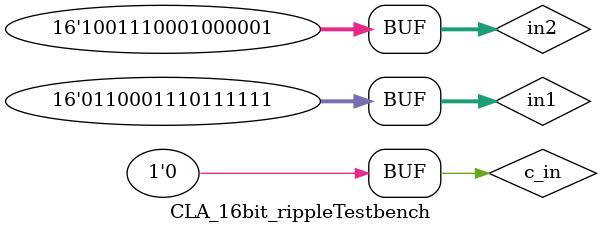
<source format=v>
`timescale 1ns / 1ps

/*
    Assignment Number: 3
    Problem Number: 2 Carry Look-ahead Adder
    Semester Number: 5
    Group Number: 22 
    Group Members: Nikhil Saraswat(20CS10039), Amit Kumar (20CS30003)
*/
//////////////////////////////////////////////////////////////////////////////////


module CLA_16bit_rippleTestbench;

	// Outputs
	wire [15:0] sum;
	wire c_out;

	
	// Inputs
	reg [15:0] in1 , in2;
	reg c_in;



	// Instantiate the Unit Under Test (UUT)
	CLA_16bit_ripple uut (.in1(in1), .in2(in2), .c_in(c_in), .sum(sum), .c_out(c_out));

	initial begin
		$monitor("in1 = %d, in2 = %d, c_in = %d, c_out = %d, sum = %d", in1, in2, c_in, c_out, sum);
		// Initialize Inputs
		in1 = 16'd16285; in2 = 16'd3745; c_in = 0;
		#100;
		in1 = 16'd3745; in2 = 16'd16285; c_in = 1;
		#100;
		in1 = 16'd40000; in2 = 16'd25535; c_in = 0;
		#100;
		in1 = 16'd25535; in2 = 16'd40001; c_in = 0;
	end
      
endmodule

</source>
